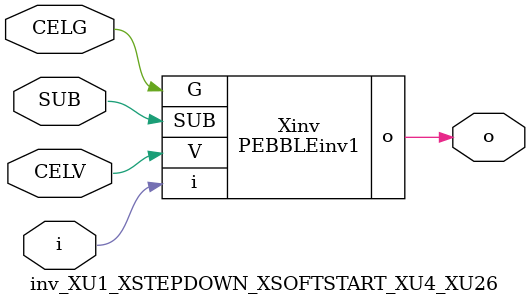
<source format=v>



module PEBBLEinv1 ( o, G, SUB, V, i );

  input V;
  input i;
  input G;
  output o;
  input SUB;
endmodule

//Celera Confidential Do Not Copy inv_XU1_XSTEPDOWN_XSOFTSTART_XU4_XU26
//Celera Confidential Symbol Generator
//5V Inverter
module inv_XU1_XSTEPDOWN_XSOFTSTART_XU4_XU26 (CELV,CELG,i,o,SUB);
input CELV;
input CELG;
input i;
input SUB;
output o;

//Celera Confidential Do Not Copy inv
PEBBLEinv1 Xinv(
.V (CELV),
.i (i),
.o (o),
.SUB (SUB),
.G (CELG)
);
//,diesize,PEBBLEinv1

//Celera Confidential Do Not Copy Module End
//Celera Schematic Generator
endmodule

</source>
